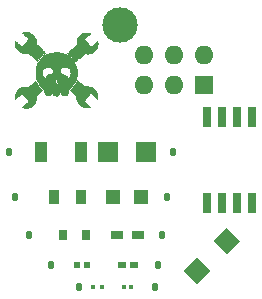
<source format=gts>
G04 #@! TF.FileFunction,Soldermask,Top*
%FSLAX46Y46*%
G04 Gerber Fmt 4.6, Leading zero omitted, Abs format (unit mm)*
G04 Created by KiCad (PCBNEW 4.0.7) date 06/28/18 12:26:11*
%MOMM*%
%LPD*%
G01*
G04 APERTURE LIST*
%ADD10C,0.100000*%
%ADD11C,0.010000*%
%ADD12R,0.400000X0.400000*%
%ADD13R,0.700000X0.600000*%
%ADD14O,1.600000X1.600000*%
%ADD15R,1.600000X1.600000*%
%ADD16R,1.700000X1.800860*%
%ADD17R,1.300000X1.198880*%
%ADD18R,1.000000X0.797560*%
%ADD19R,0.650000X1.700000*%
%ADD20O,0.508000X0.762000*%
%ADD21R,1.100000X1.700000*%
%ADD22R,0.900000X1.300000*%
%ADD23R,0.700000X0.900000*%
%ADD24R,0.600000X0.600000*%
%ADD25R,0.450000X0.430000*%
%ADD26C,3.000000*%
G04 APERTURE END LIST*
D10*
D11*
G36*
X200497655Y-86123476D02*
X200575561Y-86284392D01*
X200683576Y-86447720D01*
X200816792Y-86606353D01*
X200865784Y-86656793D01*
X201009365Y-86799371D01*
X200514857Y-87294827D01*
X200514857Y-87396012D01*
X200500228Y-87547796D01*
X200459271Y-87705553D01*
X200396376Y-87856980D01*
X200315936Y-87989777D01*
X200291753Y-88020875D01*
X200223959Y-88087151D01*
X200134276Y-88153170D01*
X200036125Y-88210334D01*
X199942932Y-88250042D01*
X199926063Y-88255134D01*
X199786364Y-88281732D01*
X199633447Y-88290808D01*
X199486442Y-88281273D01*
X199480714Y-88280454D01*
X199418478Y-88269779D01*
X199371356Y-88258819D01*
X199350474Y-88250476D01*
X199359953Y-88235576D01*
X199393545Y-88201360D01*
X199447278Y-88151489D01*
X199517183Y-88089626D01*
X199599291Y-88019432D01*
X199617548Y-88004113D01*
X199896933Y-87770439D01*
X199859637Y-87722898D01*
X199797385Y-87644371D01*
X199727246Y-87557257D01*
X199652827Y-87465890D01*
X199577736Y-87374602D01*
X199505581Y-87287726D01*
X199439971Y-87209596D01*
X199384513Y-87144545D01*
X199342815Y-87096906D01*
X199318485Y-87071011D01*
X199313962Y-87067572D01*
X199296845Y-87079189D01*
X199257192Y-87111599D01*
X199199274Y-87161140D01*
X199127359Y-87224147D01*
X199045719Y-87296959D01*
X199029202Y-87311833D01*
X198931259Y-87399145D01*
X198856879Y-87462949D01*
X198803665Y-87505085D01*
X198769217Y-87527395D01*
X198751139Y-87531721D01*
X198747613Y-87528063D01*
X198740340Y-87487268D01*
X198737257Y-87421392D01*
X198738141Y-87341373D01*
X198742766Y-87258144D01*
X198750907Y-87182644D01*
X198755254Y-87156227D01*
X198798405Y-87012750D01*
X198873027Y-86879089D01*
X198981446Y-86751140D01*
X198989037Y-86743594D01*
X199116257Y-86637897D01*
X199251731Y-86565126D01*
X199399379Y-86524035D01*
X199563117Y-86513380D01*
X199684271Y-86522711D01*
X199761930Y-86531115D01*
X199812193Y-86532517D01*
X199843325Y-86526603D01*
X199860402Y-86516056D01*
X199882321Y-86496794D01*
X199926932Y-86457646D01*
X199989639Y-86402642D01*
X200065847Y-86335814D01*
X200150960Y-86261192D01*
X200169182Y-86245218D01*
X200449436Y-85999543D01*
X200497655Y-86123476D01*
X200497655Y-86123476D01*
G37*
X200497655Y-86123476D02*
X200575561Y-86284392D01*
X200683576Y-86447720D01*
X200816792Y-86606353D01*
X200865784Y-86656793D01*
X201009365Y-86799371D01*
X200514857Y-87294827D01*
X200514857Y-87396012D01*
X200500228Y-87547796D01*
X200459271Y-87705553D01*
X200396376Y-87856980D01*
X200315936Y-87989777D01*
X200291753Y-88020875D01*
X200223959Y-88087151D01*
X200134276Y-88153170D01*
X200036125Y-88210334D01*
X199942932Y-88250042D01*
X199926063Y-88255134D01*
X199786364Y-88281732D01*
X199633447Y-88290808D01*
X199486442Y-88281273D01*
X199480714Y-88280454D01*
X199418478Y-88269779D01*
X199371356Y-88258819D01*
X199350474Y-88250476D01*
X199359953Y-88235576D01*
X199393545Y-88201360D01*
X199447278Y-88151489D01*
X199517183Y-88089626D01*
X199599291Y-88019432D01*
X199617548Y-88004113D01*
X199896933Y-87770439D01*
X199859637Y-87722898D01*
X199797385Y-87644371D01*
X199727246Y-87557257D01*
X199652827Y-87465890D01*
X199577736Y-87374602D01*
X199505581Y-87287726D01*
X199439971Y-87209596D01*
X199384513Y-87144545D01*
X199342815Y-87096906D01*
X199318485Y-87071011D01*
X199313962Y-87067572D01*
X199296845Y-87079189D01*
X199257192Y-87111599D01*
X199199274Y-87161140D01*
X199127359Y-87224147D01*
X199045719Y-87296959D01*
X199029202Y-87311833D01*
X198931259Y-87399145D01*
X198856879Y-87462949D01*
X198803665Y-87505085D01*
X198769217Y-87527395D01*
X198751139Y-87531721D01*
X198747613Y-87528063D01*
X198740340Y-87487268D01*
X198737257Y-87421392D01*
X198738141Y-87341373D01*
X198742766Y-87258144D01*
X198750907Y-87182644D01*
X198755254Y-87156227D01*
X198798405Y-87012750D01*
X198873027Y-86879089D01*
X198981446Y-86751140D01*
X198989037Y-86743594D01*
X199116257Y-86637897D01*
X199251731Y-86565126D01*
X199399379Y-86524035D01*
X199563117Y-86513380D01*
X199684271Y-86522711D01*
X199761930Y-86531115D01*
X199812193Y-86532517D01*
X199843325Y-86526603D01*
X199860402Y-86516056D01*
X199882321Y-86496794D01*
X199926932Y-86457646D01*
X199989639Y-86402642D01*
X200065847Y-86335814D01*
X200150960Y-86261192D01*
X200169182Y-86245218D01*
X200449436Y-85999543D01*
X200497655Y-86123476D01*
G36*
X203997975Y-85990448D02*
X204037570Y-86022472D01*
X204096091Y-86071598D01*
X204169414Y-86134351D01*
X204253418Y-86207254D01*
X204287529Y-86237111D01*
X204581720Y-86495223D01*
X204847896Y-86495647D01*
X204953430Y-86496230D01*
X205030466Y-86498266D01*
X205086786Y-86502772D01*
X205130174Y-86510763D01*
X205168415Y-86523256D01*
X205209292Y-86541267D01*
X205213857Y-86543426D01*
X205340015Y-86619867D01*
X205455577Y-86721305D01*
X205553299Y-86839622D01*
X205625937Y-86966701D01*
X205651451Y-87033747D01*
X205671996Y-87121550D01*
X205682943Y-87226377D01*
X205685571Y-87332260D01*
X205684627Y-87410102D01*
X205682076Y-87472355D01*
X205678337Y-87511490D01*
X205675012Y-87521143D01*
X205658990Y-87509487D01*
X205620436Y-87476969D01*
X205563548Y-87427266D01*
X205492524Y-87364054D01*
X205411564Y-87291010D01*
X205395286Y-87276215D01*
X205312957Y-87201720D01*
X205239828Y-87136351D01*
X205180082Y-87083781D01*
X205137904Y-87047685D01*
X205117477Y-87031736D01*
X205116393Y-87031286D01*
X205102273Y-87044711D01*
X205069370Y-87081882D01*
X205021480Y-87138141D01*
X204962400Y-87208831D01*
X204895928Y-87289293D01*
X204825860Y-87374870D01*
X204755995Y-87460904D01*
X204690128Y-87542739D01*
X204632057Y-87615715D01*
X204585580Y-87675176D01*
X204554494Y-87716464D01*
X204542595Y-87734921D01*
X204542571Y-87735141D01*
X204555911Y-87750559D01*
X204593079Y-87785168D01*
X204649801Y-87835203D01*
X204721802Y-87896901D01*
X204804807Y-87966499D01*
X204814714Y-87974715D01*
X204898669Y-88044863D01*
X204972113Y-88107392D01*
X205030775Y-88158571D01*
X205070385Y-88194667D01*
X205086672Y-88211947D01*
X205086857Y-88212559D01*
X205070253Y-88222969D01*
X205026417Y-88234514D01*
X204964316Y-88245788D01*
X204892914Y-88255388D01*
X204821176Y-88261909D01*
X204758800Y-88263954D01*
X204685982Y-88258363D01*
X204600682Y-88245019D01*
X204542571Y-88232084D01*
X204382467Y-88172610D01*
X204243091Y-88084544D01*
X204126149Y-87970195D01*
X204033347Y-87831873D01*
X203966394Y-87671886D01*
X203926994Y-87492544D01*
X203917694Y-87386646D01*
X203912379Y-87266479D01*
X203664602Y-87013181D01*
X203416826Y-86759883D01*
X203556437Y-86627978D01*
X203652089Y-86527689D01*
X203744420Y-86412863D01*
X203826986Y-86292821D01*
X203893346Y-86176884D01*
X203935205Y-86079935D01*
X203955386Y-86026021D01*
X203972642Y-85989398D01*
X203981426Y-85979000D01*
X203997975Y-85990448D01*
X203997975Y-85990448D01*
G37*
X203997975Y-85990448D02*
X204037570Y-86022472D01*
X204096091Y-86071598D01*
X204169414Y-86134351D01*
X204253418Y-86207254D01*
X204287529Y-86237111D01*
X204581720Y-86495223D01*
X204847896Y-86495647D01*
X204953430Y-86496230D01*
X205030466Y-86498266D01*
X205086786Y-86502772D01*
X205130174Y-86510763D01*
X205168415Y-86523256D01*
X205209292Y-86541267D01*
X205213857Y-86543426D01*
X205340015Y-86619867D01*
X205455577Y-86721305D01*
X205553299Y-86839622D01*
X205625937Y-86966701D01*
X205651451Y-87033747D01*
X205671996Y-87121550D01*
X205682943Y-87226377D01*
X205685571Y-87332260D01*
X205684627Y-87410102D01*
X205682076Y-87472355D01*
X205678337Y-87511490D01*
X205675012Y-87521143D01*
X205658990Y-87509487D01*
X205620436Y-87476969D01*
X205563548Y-87427266D01*
X205492524Y-87364054D01*
X205411564Y-87291010D01*
X205395286Y-87276215D01*
X205312957Y-87201720D01*
X205239828Y-87136351D01*
X205180082Y-87083781D01*
X205137904Y-87047685D01*
X205117477Y-87031736D01*
X205116393Y-87031286D01*
X205102273Y-87044711D01*
X205069370Y-87081882D01*
X205021480Y-87138141D01*
X204962400Y-87208831D01*
X204895928Y-87289293D01*
X204825860Y-87374870D01*
X204755995Y-87460904D01*
X204690128Y-87542739D01*
X204632057Y-87615715D01*
X204585580Y-87675176D01*
X204554494Y-87716464D01*
X204542595Y-87734921D01*
X204542571Y-87735141D01*
X204555911Y-87750559D01*
X204593079Y-87785168D01*
X204649801Y-87835203D01*
X204721802Y-87896901D01*
X204804807Y-87966499D01*
X204814714Y-87974715D01*
X204898669Y-88044863D01*
X204972113Y-88107392D01*
X205030775Y-88158571D01*
X205070385Y-88194667D01*
X205086672Y-88211947D01*
X205086857Y-88212559D01*
X205070253Y-88222969D01*
X205026417Y-88234514D01*
X204964316Y-88245788D01*
X204892914Y-88255388D01*
X204821176Y-88261909D01*
X204758800Y-88263954D01*
X204685982Y-88258363D01*
X204600682Y-88245019D01*
X204542571Y-88232084D01*
X204382467Y-88172610D01*
X204243091Y-88084544D01*
X204126149Y-87970195D01*
X204033347Y-87831873D01*
X203966394Y-87671886D01*
X203926994Y-87492544D01*
X203917694Y-87386646D01*
X203912379Y-87266479D01*
X203664602Y-87013181D01*
X203416826Y-86759883D01*
X203556437Y-86627978D01*
X203652089Y-86527689D01*
X203744420Y-86412863D01*
X203826986Y-86292821D01*
X203893346Y-86176884D01*
X203935205Y-86079935D01*
X203955386Y-86026021D01*
X203972642Y-85989398D01*
X203981426Y-85979000D01*
X203997975Y-85990448D01*
G36*
X202378489Y-83614273D02*
X202610357Y-83641227D01*
X202732827Y-83668222D01*
X202865572Y-83707511D01*
X202995596Y-83754577D01*
X203109901Y-83804904D01*
X203162780Y-83833167D01*
X203271606Y-83907330D01*
X203386331Y-84003365D01*
X203495934Y-84111045D01*
X203589393Y-84220142D01*
X203610486Y-84248594D01*
X203728552Y-84441075D01*
X203823963Y-84652746D01*
X203895195Y-84876806D01*
X203940723Y-85106449D01*
X203959024Y-85334875D01*
X203948574Y-85555278D01*
X203929540Y-85672931D01*
X203878653Y-85855400D01*
X203803149Y-86041341D01*
X203707651Y-86222988D01*
X203596780Y-86392574D01*
X203475159Y-86542331D01*
X203347410Y-86664493D01*
X203332243Y-86676650D01*
X203231170Y-86755979D01*
X203224956Y-86878861D01*
X203206279Y-87009464D01*
X203165087Y-87112177D01*
X203101731Y-87186596D01*
X203016565Y-87232317D01*
X202909940Y-87248937D01*
X202902212Y-87249000D01*
X202789151Y-87234932D01*
X202698548Y-87194109D01*
X202632649Y-87128608D01*
X202593697Y-87040506D01*
X202583441Y-86954179D01*
X202581392Y-86901838D01*
X202572746Y-86876369D01*
X202553039Y-86868419D01*
X202542321Y-86868046D01*
X202520347Y-86870877D01*
X202507891Y-86884717D01*
X202502052Y-86917679D01*
X202499928Y-86977876D01*
X202499790Y-86986934D01*
X202490519Y-87082785D01*
X202463015Y-87153069D01*
X202412932Y-87205741D01*
X202364139Y-87235365D01*
X202284091Y-87260302D01*
X202191296Y-87265715D01*
X202102474Y-87251678D01*
X202058119Y-87233991D01*
X201989502Y-87177556D01*
X201946848Y-87095857D01*
X201930242Y-86989063D01*
X201930000Y-86972605D01*
X201928567Y-86913260D01*
X201922316Y-86881715D01*
X201908322Y-86869532D01*
X201893714Y-86868000D01*
X201868276Y-86875482D01*
X201858358Y-86904324D01*
X201857428Y-86928793D01*
X201842610Y-87031196D01*
X201801263Y-87121008D01*
X201738048Y-87190984D01*
X201662013Y-87232480D01*
X201590148Y-87245718D01*
X201506461Y-87245882D01*
X201425056Y-87234293D01*
X201360039Y-87212269D01*
X201344332Y-87202754D01*
X201284557Y-87138325D01*
X201240223Y-87045413D01*
X201213530Y-86929318D01*
X201208077Y-86874437D01*
X201201991Y-86810110D01*
X201193782Y-86762787D01*
X201185077Y-86741415D01*
X201183812Y-86741000D01*
X201159145Y-86728005D01*
X201116660Y-86692762D01*
X201061787Y-86640884D01*
X200999955Y-86577984D01*
X200936593Y-86509676D01*
X200877130Y-86441572D01*
X200837096Y-86391834D01*
X202057000Y-86391834D01*
X202059917Y-86432874D01*
X202069092Y-86441106D01*
X202085155Y-86415810D01*
X202108740Y-86356268D01*
X202122045Y-86317904D01*
X202146350Y-86256744D01*
X202169625Y-86217041D01*
X202185035Y-86205786D01*
X202207996Y-86219137D01*
X202244953Y-86254303D01*
X202288286Y-86303953D01*
X202292347Y-86309019D01*
X202374500Y-86412252D01*
X202379977Y-86312363D01*
X202370200Y-86175634D01*
X202327854Y-86037755D01*
X202273250Y-85934089D01*
X202215898Y-85843821D01*
X202162434Y-85949552D01*
X202125388Y-86040358D01*
X202093002Y-86151377D01*
X202069104Y-86266549D01*
X202057522Y-86369810D01*
X202057000Y-86391834D01*
X200837096Y-86391834D01*
X200826995Y-86379285D01*
X200805807Y-86350182D01*
X200736145Y-86239987D01*
X200666981Y-86113924D01*
X200603961Y-85983560D01*
X200552732Y-85860464D01*
X200522665Y-85770153D01*
X200505572Y-85685333D01*
X200492744Y-85574994D01*
X200484570Y-85449694D01*
X200482237Y-85353072D01*
X201024052Y-85353072D01*
X201030758Y-85469663D01*
X201054129Y-85561953D01*
X201097955Y-85639565D01*
X201165216Y-85711393D01*
X201209891Y-85751290D01*
X201236749Y-85771712D01*
X201255199Y-85777172D01*
X201274650Y-85772183D01*
X201284248Y-85768492D01*
X201307055Y-85745073D01*
X201327632Y-85700855D01*
X201331262Y-85688804D01*
X201371629Y-85606717D01*
X201445553Y-85536414D01*
X201553413Y-85477601D01*
X201648839Y-85443255D01*
X201771657Y-85397633D01*
X201860418Y-85345033D01*
X201917030Y-85283308D01*
X201943397Y-85210313D01*
X201942072Y-85152160D01*
X202502676Y-85152160D01*
X202507364Y-85230801D01*
X202542254Y-85303859D01*
X202593283Y-85355117D01*
X202641532Y-85383798D01*
X202710587Y-85415101D01*
X202786119Y-85442581D01*
X202791624Y-85444302D01*
X202910125Y-85486168D01*
X202997585Y-85530599D01*
X203059226Y-85581505D01*
X203100268Y-85642797D01*
X203117963Y-85688715D01*
X203143067Y-85748222D01*
X203174132Y-85775253D01*
X203214531Y-85770049D01*
X203267637Y-85732854D01*
X203300480Y-85701866D01*
X203374774Y-85602482D01*
X203419163Y-85484064D01*
X203432775Y-85349340D01*
X203429893Y-85296518D01*
X203403315Y-85158345D01*
X203351431Y-85045752D01*
X203273636Y-84957732D01*
X203193182Y-84904771D01*
X203107841Y-84874839D01*
X203003159Y-84858398D01*
X202893778Y-84856219D01*
X202794342Y-84869072D01*
X202752409Y-84881574D01*
X202653057Y-84932642D01*
X202577200Y-84998090D01*
X202526514Y-85072926D01*
X202502676Y-85152160D01*
X201942072Y-85152160D01*
X201941428Y-85123898D01*
X201939930Y-85115408D01*
X201906960Y-85032227D01*
X201845536Y-84961901D01*
X201761836Y-84906450D01*
X201662035Y-84867893D01*
X201552311Y-84848249D01*
X201438839Y-84849538D01*
X201327797Y-84873780D01*
X201271524Y-84896877D01*
X201172103Y-84959111D01*
X201099958Y-85037186D01*
X201052872Y-85135194D01*
X201028623Y-85257226D01*
X201024052Y-85353072D01*
X200482237Y-85353072D01*
X200481438Y-85319993D01*
X200483737Y-85196449D01*
X200491855Y-85089622D01*
X200496408Y-85056464D01*
X200543470Y-84845442D01*
X200614904Y-84637814D01*
X200707301Y-84439891D01*
X200817255Y-84257982D01*
X200941358Y-84098397D01*
X201076204Y-83967446D01*
X201090913Y-83955561D01*
X201259976Y-83843010D01*
X201454244Y-83751280D01*
X201668473Y-83681457D01*
X201897420Y-83634625D01*
X202135840Y-83611868D01*
X202378489Y-83614273D01*
X202378489Y-83614273D01*
G37*
X202378489Y-83614273D02*
X202610357Y-83641227D01*
X202732827Y-83668222D01*
X202865572Y-83707511D01*
X202995596Y-83754577D01*
X203109901Y-83804904D01*
X203162780Y-83833167D01*
X203271606Y-83907330D01*
X203386331Y-84003365D01*
X203495934Y-84111045D01*
X203589393Y-84220142D01*
X203610486Y-84248594D01*
X203728552Y-84441075D01*
X203823963Y-84652746D01*
X203895195Y-84876806D01*
X203940723Y-85106449D01*
X203959024Y-85334875D01*
X203948574Y-85555278D01*
X203929540Y-85672931D01*
X203878653Y-85855400D01*
X203803149Y-86041341D01*
X203707651Y-86222988D01*
X203596780Y-86392574D01*
X203475159Y-86542331D01*
X203347410Y-86664493D01*
X203332243Y-86676650D01*
X203231170Y-86755979D01*
X203224956Y-86878861D01*
X203206279Y-87009464D01*
X203165087Y-87112177D01*
X203101731Y-87186596D01*
X203016565Y-87232317D01*
X202909940Y-87248937D01*
X202902212Y-87249000D01*
X202789151Y-87234932D01*
X202698548Y-87194109D01*
X202632649Y-87128608D01*
X202593697Y-87040506D01*
X202583441Y-86954179D01*
X202581392Y-86901838D01*
X202572746Y-86876369D01*
X202553039Y-86868419D01*
X202542321Y-86868046D01*
X202520347Y-86870877D01*
X202507891Y-86884717D01*
X202502052Y-86917679D01*
X202499928Y-86977876D01*
X202499790Y-86986934D01*
X202490519Y-87082785D01*
X202463015Y-87153069D01*
X202412932Y-87205741D01*
X202364139Y-87235365D01*
X202284091Y-87260302D01*
X202191296Y-87265715D01*
X202102474Y-87251678D01*
X202058119Y-87233991D01*
X201989502Y-87177556D01*
X201946848Y-87095857D01*
X201930242Y-86989063D01*
X201930000Y-86972605D01*
X201928567Y-86913260D01*
X201922316Y-86881715D01*
X201908322Y-86869532D01*
X201893714Y-86868000D01*
X201868276Y-86875482D01*
X201858358Y-86904324D01*
X201857428Y-86928793D01*
X201842610Y-87031196D01*
X201801263Y-87121008D01*
X201738048Y-87190984D01*
X201662013Y-87232480D01*
X201590148Y-87245718D01*
X201506461Y-87245882D01*
X201425056Y-87234293D01*
X201360039Y-87212269D01*
X201344332Y-87202754D01*
X201284557Y-87138325D01*
X201240223Y-87045413D01*
X201213530Y-86929318D01*
X201208077Y-86874437D01*
X201201991Y-86810110D01*
X201193782Y-86762787D01*
X201185077Y-86741415D01*
X201183812Y-86741000D01*
X201159145Y-86728005D01*
X201116660Y-86692762D01*
X201061787Y-86640884D01*
X200999955Y-86577984D01*
X200936593Y-86509676D01*
X200877130Y-86441572D01*
X200837096Y-86391834D01*
X202057000Y-86391834D01*
X202059917Y-86432874D01*
X202069092Y-86441106D01*
X202085155Y-86415810D01*
X202108740Y-86356268D01*
X202122045Y-86317904D01*
X202146350Y-86256744D01*
X202169625Y-86217041D01*
X202185035Y-86205786D01*
X202207996Y-86219137D01*
X202244953Y-86254303D01*
X202288286Y-86303953D01*
X202292347Y-86309019D01*
X202374500Y-86412252D01*
X202379977Y-86312363D01*
X202370200Y-86175634D01*
X202327854Y-86037755D01*
X202273250Y-85934089D01*
X202215898Y-85843821D01*
X202162434Y-85949552D01*
X202125388Y-86040358D01*
X202093002Y-86151377D01*
X202069104Y-86266549D01*
X202057522Y-86369810D01*
X202057000Y-86391834D01*
X200837096Y-86391834D01*
X200826995Y-86379285D01*
X200805807Y-86350182D01*
X200736145Y-86239987D01*
X200666981Y-86113924D01*
X200603961Y-85983560D01*
X200552732Y-85860464D01*
X200522665Y-85770153D01*
X200505572Y-85685333D01*
X200492744Y-85574994D01*
X200484570Y-85449694D01*
X200482237Y-85353072D01*
X201024052Y-85353072D01*
X201030758Y-85469663D01*
X201054129Y-85561953D01*
X201097955Y-85639565D01*
X201165216Y-85711393D01*
X201209891Y-85751290D01*
X201236749Y-85771712D01*
X201255199Y-85777172D01*
X201274650Y-85772183D01*
X201284248Y-85768492D01*
X201307055Y-85745073D01*
X201327632Y-85700855D01*
X201331262Y-85688804D01*
X201371629Y-85606717D01*
X201445553Y-85536414D01*
X201553413Y-85477601D01*
X201648839Y-85443255D01*
X201771657Y-85397633D01*
X201860418Y-85345033D01*
X201917030Y-85283308D01*
X201943397Y-85210313D01*
X201942072Y-85152160D01*
X202502676Y-85152160D01*
X202507364Y-85230801D01*
X202542254Y-85303859D01*
X202593283Y-85355117D01*
X202641532Y-85383798D01*
X202710587Y-85415101D01*
X202786119Y-85442581D01*
X202791624Y-85444302D01*
X202910125Y-85486168D01*
X202997585Y-85530599D01*
X203059226Y-85581505D01*
X203100268Y-85642797D01*
X203117963Y-85688715D01*
X203143067Y-85748222D01*
X203174132Y-85775253D01*
X203214531Y-85770049D01*
X203267637Y-85732854D01*
X203300480Y-85701866D01*
X203374774Y-85602482D01*
X203419163Y-85484064D01*
X203432775Y-85349340D01*
X203429893Y-85296518D01*
X203403315Y-85158345D01*
X203351431Y-85045752D01*
X203273636Y-84957732D01*
X203193182Y-84904771D01*
X203107841Y-84874839D01*
X203003159Y-84858398D01*
X202893778Y-84856219D01*
X202794342Y-84869072D01*
X202752409Y-84881574D01*
X202653057Y-84932642D01*
X202577200Y-84998090D01*
X202526514Y-85072926D01*
X202502676Y-85152160D01*
X201942072Y-85152160D01*
X201941428Y-85123898D01*
X201939930Y-85115408D01*
X201906960Y-85032227D01*
X201845536Y-84961901D01*
X201761836Y-84906450D01*
X201662035Y-84867893D01*
X201552311Y-84848249D01*
X201438839Y-84849538D01*
X201327797Y-84873780D01*
X201271524Y-84896877D01*
X201172103Y-84959111D01*
X201099958Y-85037186D01*
X201052872Y-85135194D01*
X201028623Y-85257226D01*
X201024052Y-85353072D01*
X200482237Y-85353072D01*
X200481438Y-85319993D01*
X200483737Y-85196449D01*
X200491855Y-85089622D01*
X200496408Y-85056464D01*
X200543470Y-84845442D01*
X200614904Y-84637814D01*
X200707301Y-84439891D01*
X200817255Y-84257982D01*
X200941358Y-84098397D01*
X201076204Y-83967446D01*
X201090913Y-83955561D01*
X201259976Y-83843010D01*
X201454244Y-83751280D01*
X201668473Y-83681457D01*
X201897420Y-83634625D01*
X202135840Y-83611868D01*
X202378489Y-83614273D01*
G36*
X204863588Y-81936476D02*
X204947219Y-81941379D01*
X205019484Y-81948296D01*
X205071338Y-81956205D01*
X205091445Y-81962204D01*
X205098527Y-81971392D01*
X205093152Y-81987114D01*
X205072393Y-82012308D01*
X205033321Y-82049918D01*
X204973008Y-82102884D01*
X204888528Y-82174148D01*
X204841744Y-82213055D01*
X204735572Y-82302707D01*
X204655485Y-82373866D01*
X204602356Y-82425700D01*
X204577060Y-82457375D01*
X204575627Y-82466384D01*
X204615931Y-82518575D01*
X204669910Y-82586333D01*
X204733770Y-82665113D01*
X204803716Y-82750369D01*
X204875953Y-82837557D01*
X204946688Y-82922131D01*
X205012124Y-82999545D01*
X205068467Y-83065255D01*
X205111923Y-83114715D01*
X205138697Y-83143379D01*
X205145276Y-83148715D01*
X205163346Y-83137025D01*
X205203757Y-83104422D01*
X205262187Y-83054602D01*
X205334313Y-82991263D01*
X205415812Y-82918101D01*
X205430911Y-82904387D01*
X205699419Y-82660058D01*
X205710638Y-82716154D01*
X205722072Y-82836975D01*
X205714280Y-82972712D01*
X205689234Y-83108832D01*
X205648903Y-83230799D01*
X205637500Y-83255672D01*
X205587178Y-83336202D01*
X205514746Y-83424041D01*
X205430026Y-83509262D01*
X205342839Y-83581937D01*
X205266967Y-83630169D01*
X205150463Y-83673431D01*
X205012999Y-83698589D01*
X204865871Y-83704154D01*
X204766689Y-83696072D01*
X204690206Y-83687314D01*
X204641033Y-83686038D01*
X204610916Y-83692500D01*
X204597197Y-83701372D01*
X204538306Y-83753081D01*
X204464637Y-83817046D01*
X204380327Y-83889746D01*
X204289511Y-83967666D01*
X204196327Y-84047285D01*
X204104910Y-84125085D01*
X204019395Y-84197549D01*
X203943919Y-84261158D01*
X203882618Y-84312393D01*
X203839628Y-84347735D01*
X203819084Y-84363668D01*
X203817993Y-84364219D01*
X203805274Y-84349307D01*
X203781381Y-84310119D01*
X203751293Y-84254871D01*
X203748825Y-84250116D01*
X203677806Y-84137584D01*
X203581078Y-84020320D01*
X203466688Y-83906901D01*
X203342681Y-83805906D01*
X203311282Y-83783715D01*
X203249034Y-83740248D01*
X203199843Y-83704270D01*
X203170248Y-83680653D01*
X203164610Y-83674392D01*
X203177049Y-83659995D01*
X203212668Y-83623892D01*
X203268223Y-83569245D01*
X203340467Y-83499212D01*
X203426155Y-83416954D01*
X203522039Y-83325631D01*
X203553786Y-83295539D01*
X203943857Y-82926223D01*
X203944172Y-82824290D01*
X203960237Y-82646677D01*
X204005638Y-82478817D01*
X204077858Y-82325725D01*
X204174381Y-82192415D01*
X204292690Y-82083903D01*
X204327858Y-82059626D01*
X204438765Y-81998790D01*
X204554234Y-81959207D01*
X204683298Y-81938799D01*
X204834987Y-81935491D01*
X204863588Y-81936476D01*
X204863588Y-81936476D01*
G37*
X204863588Y-81936476D02*
X204947219Y-81941379D01*
X205019484Y-81948296D01*
X205071338Y-81956205D01*
X205091445Y-81962204D01*
X205098527Y-81971392D01*
X205093152Y-81987114D01*
X205072393Y-82012308D01*
X205033321Y-82049918D01*
X204973008Y-82102884D01*
X204888528Y-82174148D01*
X204841744Y-82213055D01*
X204735572Y-82302707D01*
X204655485Y-82373866D01*
X204602356Y-82425700D01*
X204577060Y-82457375D01*
X204575627Y-82466384D01*
X204615931Y-82518575D01*
X204669910Y-82586333D01*
X204733770Y-82665113D01*
X204803716Y-82750369D01*
X204875953Y-82837557D01*
X204946688Y-82922131D01*
X205012124Y-82999545D01*
X205068467Y-83065255D01*
X205111923Y-83114715D01*
X205138697Y-83143379D01*
X205145276Y-83148715D01*
X205163346Y-83137025D01*
X205203757Y-83104422D01*
X205262187Y-83054602D01*
X205334313Y-82991263D01*
X205415812Y-82918101D01*
X205430911Y-82904387D01*
X205699419Y-82660058D01*
X205710638Y-82716154D01*
X205722072Y-82836975D01*
X205714280Y-82972712D01*
X205689234Y-83108832D01*
X205648903Y-83230799D01*
X205637500Y-83255672D01*
X205587178Y-83336202D01*
X205514746Y-83424041D01*
X205430026Y-83509262D01*
X205342839Y-83581937D01*
X205266967Y-83630169D01*
X205150463Y-83673431D01*
X205012999Y-83698589D01*
X204865871Y-83704154D01*
X204766689Y-83696072D01*
X204690206Y-83687314D01*
X204641033Y-83686038D01*
X204610916Y-83692500D01*
X204597197Y-83701372D01*
X204538306Y-83753081D01*
X204464637Y-83817046D01*
X204380327Y-83889746D01*
X204289511Y-83967666D01*
X204196327Y-84047285D01*
X204104910Y-84125085D01*
X204019395Y-84197549D01*
X203943919Y-84261158D01*
X203882618Y-84312393D01*
X203839628Y-84347735D01*
X203819084Y-84363668D01*
X203817993Y-84364219D01*
X203805274Y-84349307D01*
X203781381Y-84310119D01*
X203751293Y-84254871D01*
X203748825Y-84250116D01*
X203677806Y-84137584D01*
X203581078Y-84020320D01*
X203466688Y-83906901D01*
X203342681Y-83805906D01*
X203311282Y-83783715D01*
X203249034Y-83740248D01*
X203199843Y-83704270D01*
X203170248Y-83680653D01*
X203164610Y-83674392D01*
X203177049Y-83659995D01*
X203212668Y-83623892D01*
X203268223Y-83569245D01*
X203340467Y-83499212D01*
X203426155Y-83416954D01*
X203522039Y-83325631D01*
X203553786Y-83295539D01*
X203943857Y-82926223D01*
X203944172Y-82824290D01*
X203960237Y-82646677D01*
X204005638Y-82478817D01*
X204077858Y-82325725D01*
X204174381Y-82192415D01*
X204292690Y-82083903D01*
X204327858Y-82059626D01*
X204438765Y-81998790D01*
X204554234Y-81959207D01*
X204683298Y-81938799D01*
X204834987Y-81935491D01*
X204863588Y-81936476D01*
G36*
X199816254Y-81913143D02*
X199981015Y-81960560D01*
X200127080Y-82036946D01*
X200252315Y-82140138D01*
X200354589Y-82267977D01*
X200431769Y-82418300D01*
X200481721Y-82588945D01*
X200502269Y-82776053D01*
X200505698Y-82899475D01*
X200900625Y-83272376D01*
X200999159Y-83366182D01*
X201087801Y-83452052D01*
X201163441Y-83526854D01*
X201222971Y-83587458D01*
X201263282Y-83630732D01*
X201281263Y-83653545D01*
X201281669Y-83656148D01*
X201260554Y-83671039D01*
X201218148Y-83699925D01*
X201163384Y-83736723D01*
X201160014Y-83738974D01*
X200977172Y-83880057D01*
X200824486Y-84039686D01*
X200699498Y-84220504D01*
X200679949Y-84255145D01*
X200630730Y-84345149D01*
X200332401Y-84088486D01*
X200236552Y-84005898D01*
X200142761Y-83924851D01*
X200057109Y-83850620D01*
X199985677Y-83788474D01*
X199934546Y-83743688D01*
X199927638Y-83737585D01*
X199872872Y-83690333D01*
X199835435Y-83663544D01*
X199806075Y-83652979D01*
X199775537Y-83654402D01*
X199755281Y-83658669D01*
X199670137Y-83670533D01*
X199564629Y-83673831D01*
X199453556Y-83668955D01*
X199351717Y-83656295D01*
X199307633Y-83646846D01*
X199215030Y-83616274D01*
X199132404Y-83572640D01*
X199049578Y-83509586D01*
X198973646Y-83438204D01*
X198882004Y-83336764D01*
X198815896Y-83237723D01*
X198771969Y-83132415D01*
X198746868Y-83012174D01*
X198737240Y-82868334D01*
X198736857Y-82826410D01*
X198738272Y-82749397D01*
X198742098Y-82688755D01*
X198747707Y-82651694D01*
X198752781Y-82643738D01*
X198770575Y-82657248D01*
X198810866Y-82691374D01*
X198869307Y-82742322D01*
X198941550Y-82806294D01*
X199023246Y-82879497D01*
X199036561Y-82891502D01*
X199130561Y-82975617D01*
X199201674Y-83037302D01*
X199253321Y-83079117D01*
X199288925Y-83103621D01*
X199311907Y-83113374D01*
X199325689Y-83110934D01*
X199327635Y-83109216D01*
X199351004Y-83082776D01*
X199391139Y-83034971D01*
X199444227Y-82970546D01*
X199506457Y-82894242D01*
X199574016Y-82810802D01*
X199643093Y-82724969D01*
X199709876Y-82641485D01*
X199770552Y-82565093D01*
X199821309Y-82500536D01*
X199858337Y-82452556D01*
X199877821Y-82425896D01*
X199879857Y-82422179D01*
X199866550Y-82407429D01*
X199829492Y-82373419D01*
X199772984Y-82323911D01*
X199701322Y-82262664D01*
X199618804Y-82193441D01*
X199612250Y-82187994D01*
X199528663Y-82118061D01*
X199455168Y-82055617D01*
X199396175Y-82004491D01*
X199356096Y-81968506D01*
X199339342Y-81951490D01*
X199339164Y-81951128D01*
X199351338Y-81938242D01*
X199391564Y-81924946D01*
X199451658Y-81912742D01*
X199523435Y-81903129D01*
X199598712Y-81897612D01*
X199634929Y-81896857D01*
X199816254Y-81913143D01*
X199816254Y-81913143D01*
G37*
X199816254Y-81913143D02*
X199981015Y-81960560D01*
X200127080Y-82036946D01*
X200252315Y-82140138D01*
X200354589Y-82267977D01*
X200431769Y-82418300D01*
X200481721Y-82588945D01*
X200502269Y-82776053D01*
X200505698Y-82899475D01*
X200900625Y-83272376D01*
X200999159Y-83366182D01*
X201087801Y-83452052D01*
X201163441Y-83526854D01*
X201222971Y-83587458D01*
X201263282Y-83630732D01*
X201281263Y-83653545D01*
X201281669Y-83656148D01*
X201260554Y-83671039D01*
X201218148Y-83699925D01*
X201163384Y-83736723D01*
X201160014Y-83738974D01*
X200977172Y-83880057D01*
X200824486Y-84039686D01*
X200699498Y-84220504D01*
X200679949Y-84255145D01*
X200630730Y-84345149D01*
X200332401Y-84088486D01*
X200236552Y-84005898D01*
X200142761Y-83924851D01*
X200057109Y-83850620D01*
X199985677Y-83788474D01*
X199934546Y-83743688D01*
X199927638Y-83737585D01*
X199872872Y-83690333D01*
X199835435Y-83663544D01*
X199806075Y-83652979D01*
X199775537Y-83654402D01*
X199755281Y-83658669D01*
X199670137Y-83670533D01*
X199564629Y-83673831D01*
X199453556Y-83668955D01*
X199351717Y-83656295D01*
X199307633Y-83646846D01*
X199215030Y-83616274D01*
X199132404Y-83572640D01*
X199049578Y-83509586D01*
X198973646Y-83438204D01*
X198882004Y-83336764D01*
X198815896Y-83237723D01*
X198771969Y-83132415D01*
X198746868Y-83012174D01*
X198737240Y-82868334D01*
X198736857Y-82826410D01*
X198738272Y-82749397D01*
X198742098Y-82688755D01*
X198747707Y-82651694D01*
X198752781Y-82643738D01*
X198770575Y-82657248D01*
X198810866Y-82691374D01*
X198869307Y-82742322D01*
X198941550Y-82806294D01*
X199023246Y-82879497D01*
X199036561Y-82891502D01*
X199130561Y-82975617D01*
X199201674Y-83037302D01*
X199253321Y-83079117D01*
X199288925Y-83103621D01*
X199311907Y-83113374D01*
X199325689Y-83110934D01*
X199327635Y-83109216D01*
X199351004Y-83082776D01*
X199391139Y-83034971D01*
X199444227Y-82970546D01*
X199506457Y-82894242D01*
X199574016Y-82810802D01*
X199643093Y-82724969D01*
X199709876Y-82641485D01*
X199770552Y-82565093D01*
X199821309Y-82500536D01*
X199858337Y-82452556D01*
X199877821Y-82425896D01*
X199879857Y-82422179D01*
X199866550Y-82407429D01*
X199829492Y-82373419D01*
X199772984Y-82323911D01*
X199701322Y-82262664D01*
X199618804Y-82193441D01*
X199612250Y-82187994D01*
X199528663Y-82118061D01*
X199455168Y-82055617D01*
X199396175Y-82004491D01*
X199356096Y-81968506D01*
X199339342Y-81951490D01*
X199339164Y-81951128D01*
X199351338Y-81938242D01*
X199391564Y-81924946D01*
X199451658Y-81912742D01*
X199523435Y-81903129D01*
X199598712Y-81897612D01*
X199634929Y-81896857D01*
X199816254Y-81913143D01*
D12*
X207980000Y-103505000D03*
X208580000Y-103505000D03*
D13*
X207780000Y-101600000D03*
X208780000Y-101600000D03*
D10*
G36*
X216649236Y-98449393D02*
X217780607Y-99580764D01*
X216649236Y-100712135D01*
X215517865Y-99580764D01*
X216649236Y-98449393D01*
X216649236Y-98449393D01*
G37*
G36*
X214134764Y-100963865D02*
X215266135Y-102095236D01*
X214134764Y-103226607D01*
X213003393Y-102095236D01*
X214134764Y-100963865D01*
X214134764Y-100963865D01*
G37*
D14*
X214757000Y-83820000D03*
D15*
X214757000Y-86360000D03*
D14*
X212217000Y-83820000D03*
X212217000Y-86360000D03*
X209677000Y-83820000D03*
X209677000Y-86360000D03*
D16*
X209804000Y-92075000D03*
X206629000Y-92075000D03*
D17*
X209423000Y-95885000D03*
X207010000Y-95885000D03*
D18*
X209169000Y-99060000D03*
X207391000Y-99060000D03*
D19*
X215011000Y-96360000D03*
X216281000Y-96360000D03*
X217551000Y-96360000D03*
X218821000Y-96360000D03*
X218821000Y-89060000D03*
X217551000Y-89060000D03*
X216281000Y-89060000D03*
X215011000Y-89060000D03*
D20*
X212090000Y-92075000D03*
X211582000Y-95885000D03*
X211201000Y-99060000D03*
X210820000Y-101600000D03*
X210566000Y-103505000D03*
X198247000Y-92075000D03*
X198691500Y-95885000D03*
X199898000Y-99060000D03*
X201739500Y-101600000D03*
X204152500Y-103505000D03*
D21*
X204343000Y-92075000D03*
X200914000Y-92075000D03*
D22*
X204343000Y-95885000D03*
X202057000Y-95885000D03*
D23*
X204724000Y-99060000D03*
X202819000Y-99060000D03*
D24*
X204870000Y-101600000D03*
X203970000Y-101600000D03*
D25*
X206140000Y-103505000D03*
X205340000Y-103505000D03*
D26*
X207645000Y-81280000D03*
M02*

</source>
